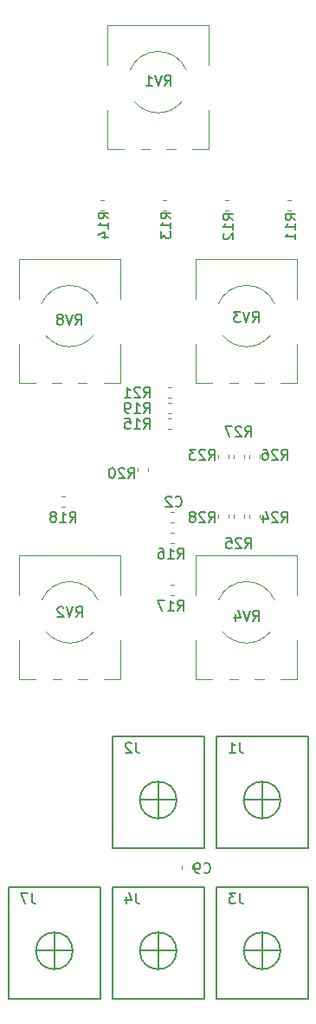
<source format=gbr>
G04 #@! TF.GenerationSoftware,KiCad,Pcbnew,5.0.2-bee76a0~70~ubuntu18.04.1*
G04 #@! TF.CreationDate,2019-04-23T19:40:41+10:00*
G04 #@! TF.ProjectId,minimoog,6d696e69-6d6f-46f6-972e-6b696361645f,rev?*
G04 #@! TF.SameCoordinates,Original*
G04 #@! TF.FileFunction,Legend,Bot*
G04 #@! TF.FilePolarity,Positive*
%FSLAX46Y46*%
G04 Gerber Fmt 4.6, Leading zero omitted, Abs format (unit mm)*
G04 Created by KiCad (PCBNEW 5.0.2-bee76a0~70~ubuntu18.04.1) date Tue 23 Apr 2019 19:40:41 AEST*
%MOMM*%
%LPD*%
G01*
G04 APERTURE LIST*
%ADD10C,0.120000*%
%ADD11C,0.150000*%
G04 APERTURE END LIST*
D10*
G04 #@! TO.C,R28*
X146560000Y-86555733D02*
X146560000Y-86898267D01*
X145540000Y-86555733D02*
X145540000Y-86898267D01*
G04 #@! TO.C,C2*
X140911733Y-86358000D02*
X141254267Y-86358000D01*
X140911733Y-87378000D02*
X141254267Y-87378000D01*
G04 #@! TO.C,C9*
X141984000Y-120859733D02*
X141984000Y-121202267D01*
X143004000Y-120859733D02*
X143004000Y-121202267D01*
G04 #@! TO.C,R23*
X146560000Y-80741733D02*
X146560000Y-81084267D01*
X145540000Y-80741733D02*
X145540000Y-81084267D01*
G04 #@! TO.C,R11*
X152712267Y-55878000D02*
X152369733Y-55878000D01*
X152712267Y-56898000D02*
X152369733Y-56898000D01*
G04 #@! TO.C,R12*
X146616267Y-56898000D02*
X146273733Y-56898000D01*
X146616267Y-55878000D02*
X146273733Y-55878000D01*
G04 #@! TO.C,R13*
X140520267Y-55878000D02*
X140177733Y-55878000D01*
X140520267Y-56898000D02*
X140177733Y-56898000D01*
G04 #@! TO.C,R14*
X134424267Y-56898000D02*
X134081733Y-56898000D01*
X134424267Y-55878000D02*
X134081733Y-55878000D01*
G04 #@! TO.C,R15*
X140685733Y-77201574D02*
X141028267Y-77201574D01*
X140685733Y-78221574D02*
X141028267Y-78221574D01*
G04 #@! TO.C,R26*
X148588000Y-80741733D02*
X148588000Y-81084267D01*
X149608000Y-80741733D02*
X149608000Y-81084267D01*
G04 #@! TO.C,R25*
X148084000Y-86555733D02*
X148084000Y-86898267D01*
X147064000Y-86555733D02*
X147064000Y-86898267D01*
G04 #@! TO.C,R24*
X149608000Y-86555733D02*
X149608000Y-86898267D01*
X148588000Y-86555733D02*
X148588000Y-86898267D01*
G04 #@! TO.C,R21*
X140685733Y-75186000D02*
X141028267Y-75186000D01*
X140685733Y-74166000D02*
X141028267Y-74166000D01*
G04 #@! TO.C,R20*
X138686000Y-82015587D02*
X138686000Y-82358121D01*
X137666000Y-82015587D02*
X137666000Y-82358121D01*
G04 #@! TO.C,R19*
X140685733Y-76697574D02*
X141028267Y-76697574D01*
X140685733Y-75677574D02*
X141028267Y-75677574D01*
G04 #@! TO.C,R18*
X130243733Y-84834000D02*
X130586267Y-84834000D01*
X130243733Y-85854000D02*
X130586267Y-85854000D01*
G04 #@! TO.C,R17*
X141254267Y-93470000D02*
X140911733Y-93470000D01*
X141254267Y-94490000D02*
X140911733Y-94490000D01*
G04 #@! TO.C,R27*
X147064000Y-81084267D02*
X147064000Y-80741733D01*
X148084000Y-81084267D02*
X148084000Y-80741733D01*
G04 #@! TO.C,R16*
X140911733Y-89410000D02*
X141254267Y-89410000D01*
X140911733Y-88390000D02*
X141254267Y-88390000D01*
D11*
G04 #@! TO.C,J3*
X154360000Y-123008000D02*
X145360000Y-123008000D01*
X154360000Y-133908000D02*
X145360000Y-133908000D01*
X154360000Y-123008000D02*
X154360000Y-133908000D01*
X145360000Y-123008000D02*
X145360000Y-133908000D01*
X151660000Y-129208000D02*
G75*
G03X151660000Y-129208000I-1800000J0D01*
G01*
X149860000Y-127408000D02*
X149860000Y-131008000D01*
X151660000Y-129208000D02*
X148060000Y-129208000D01*
G04 #@! TO.C,J7*
X131340000Y-129208000D02*
X127740000Y-129208000D01*
X129540000Y-127408000D02*
X129540000Y-131008000D01*
X131340000Y-129208000D02*
G75*
G03X131340000Y-129208000I-1800000J0D01*
G01*
X125040000Y-123008000D02*
X125040000Y-133908000D01*
X134040000Y-123008000D02*
X134040000Y-133908000D01*
X134040000Y-133908000D02*
X125040000Y-133908000D01*
X134040000Y-123008000D02*
X125040000Y-123008000D01*
G04 #@! TO.C,J1*
X154360000Y-108276000D02*
X145360000Y-108276000D01*
X154360000Y-119176000D02*
X145360000Y-119176000D01*
X154360000Y-108276000D02*
X154360000Y-119176000D01*
X145360000Y-108276000D02*
X145360000Y-119176000D01*
X151660000Y-114476000D02*
G75*
G03X151660000Y-114476000I-1800000J0D01*
G01*
X149860000Y-112676000D02*
X149860000Y-116276000D01*
X151660000Y-114476000D02*
X148060000Y-114476000D01*
G04 #@! TO.C,J4*
X141500000Y-129208000D02*
X137900000Y-129208000D01*
X139700000Y-127408000D02*
X139700000Y-131008000D01*
X141500000Y-129208000D02*
G75*
G03X141500000Y-129208000I-1800000J0D01*
G01*
X135200000Y-123008000D02*
X135200000Y-133908000D01*
X144200000Y-123008000D02*
X144200000Y-133908000D01*
X144200000Y-133908000D02*
X135200000Y-133908000D01*
X144200000Y-123008000D02*
X135200000Y-123008000D01*
G04 #@! TO.C,J2*
X144200000Y-108276000D02*
X135200000Y-108276000D01*
X144200000Y-119176000D02*
X135200000Y-119176000D01*
X144200000Y-108276000D02*
X144200000Y-119176000D01*
X135200000Y-108276000D02*
X135200000Y-119176000D01*
X141500000Y-114476000D02*
G75*
G03X141500000Y-114476000I-1800000J0D01*
G01*
X139700000Y-112676000D02*
X139700000Y-116276000D01*
X141500000Y-114476000D02*
X137900000Y-114476000D01*
D10*
G04 #@! TO.C,RV4*
X153297000Y-90572000D02*
X143376000Y-90572000D01*
X145011000Y-102692000D02*
X143376000Y-102692000D01*
X147511000Y-102692000D02*
X146661000Y-102692000D01*
X150011000Y-102692000D02*
X149161000Y-102692000D01*
X153297000Y-102692000D02*
X151661000Y-102692000D01*
X143376000Y-94437000D02*
X143376000Y-90572000D01*
X143376000Y-102692000D02*
X143376000Y-98826000D01*
X153297000Y-94437000D02*
X153297000Y-90572000D01*
X153297000Y-102692000D02*
X153297000Y-98826000D01*
X146038247Y-98060295D02*
G75*
G03X150634000Y-98060000I2297753J1928295D01*
G01*
X151098432Y-94960018D02*
G75*
G03X145574000Y-94959000I-2762432J-1171982D01*
G01*
G04 #@! TO.C,RV2*
X136025000Y-90572000D02*
X126104000Y-90572000D01*
X127739000Y-102692000D02*
X126104000Y-102692000D01*
X130239000Y-102692000D02*
X129389000Y-102692000D01*
X132739000Y-102692000D02*
X131889000Y-102692000D01*
X136025000Y-102692000D02*
X134389000Y-102692000D01*
X126104000Y-94437000D02*
X126104000Y-90572000D01*
X126104000Y-102692000D02*
X126104000Y-98826000D01*
X136025000Y-94437000D02*
X136025000Y-90572000D01*
X136025000Y-102692000D02*
X136025000Y-98826000D01*
X128766247Y-98060295D02*
G75*
G03X133362000Y-98060000I2297753J1928295D01*
G01*
X133826432Y-94960018D02*
G75*
G03X128302000Y-94959000I-2762432J-1171982D01*
G01*
G04 #@! TO.C,RV3*
X153297000Y-61616000D02*
X143376000Y-61616000D01*
X145011000Y-73736000D02*
X143376000Y-73736000D01*
X147511000Y-73736000D02*
X146661000Y-73736000D01*
X150011000Y-73736000D02*
X149161000Y-73736000D01*
X153297000Y-73736000D02*
X151661000Y-73736000D01*
X143376000Y-65481000D02*
X143376000Y-61616000D01*
X143376000Y-73736000D02*
X143376000Y-69870000D01*
X153297000Y-65481000D02*
X153297000Y-61616000D01*
X153297000Y-73736000D02*
X153297000Y-69870000D01*
X146038247Y-69104295D02*
G75*
G03X150634000Y-69104000I2297753J1928295D01*
G01*
X151098432Y-66004018D02*
G75*
G03X145574000Y-66003000I-2762432J-1171982D01*
G01*
G04 #@! TO.C,RV1*
X144661000Y-38756000D02*
X134740000Y-38756000D01*
X136375000Y-50876000D02*
X134740000Y-50876000D01*
X138875000Y-50876000D02*
X138025000Y-50876000D01*
X141375000Y-50876000D02*
X140525000Y-50876000D01*
X144661000Y-50876000D02*
X143025000Y-50876000D01*
X134740000Y-42621000D02*
X134740000Y-38756000D01*
X134740000Y-50876000D02*
X134740000Y-47010000D01*
X144661000Y-42621000D02*
X144661000Y-38756000D01*
X144661000Y-50876000D02*
X144661000Y-47010000D01*
X137402247Y-46244295D02*
G75*
G03X141998000Y-46244000I2297753J1928295D01*
G01*
X142462432Y-43144018D02*
G75*
G03X136938000Y-43143000I-2762432J-1171982D01*
G01*
G04 #@! TO.C,RV8*
X135985000Y-61616000D02*
X126064000Y-61616000D01*
X127699000Y-73736000D02*
X126064000Y-73736000D01*
X130199000Y-73736000D02*
X129349000Y-73736000D01*
X132699000Y-73736000D02*
X131849000Y-73736000D01*
X135985000Y-73736000D02*
X134349000Y-73736000D01*
X126064000Y-65481000D02*
X126064000Y-61616000D01*
X126064000Y-73736000D02*
X126064000Y-69870000D01*
X135985000Y-65481000D02*
X135985000Y-61616000D01*
X135985000Y-73736000D02*
X135985000Y-69870000D01*
X128726247Y-69104295D02*
G75*
G03X133322000Y-69104000I2297753J1928295D01*
G01*
X133786432Y-66004018D02*
G75*
G03X128262000Y-66003000I-2762432J-1171982D01*
G01*
G04 #@! TO.C,R28*
D11*
X144660857Y-87320380D02*
X144994190Y-86844190D01*
X145232285Y-87320380D02*
X145232285Y-86320380D01*
X144851333Y-86320380D01*
X144756095Y-86368000D01*
X144708476Y-86415619D01*
X144660857Y-86510857D01*
X144660857Y-86653714D01*
X144708476Y-86748952D01*
X144756095Y-86796571D01*
X144851333Y-86844190D01*
X145232285Y-86844190D01*
X144279904Y-86415619D02*
X144232285Y-86368000D01*
X144137047Y-86320380D01*
X143898952Y-86320380D01*
X143803714Y-86368000D01*
X143756095Y-86415619D01*
X143708476Y-86510857D01*
X143708476Y-86606095D01*
X143756095Y-86748952D01*
X144327523Y-87320380D01*
X143708476Y-87320380D01*
X143137047Y-86748952D02*
X143232285Y-86701333D01*
X143279904Y-86653714D01*
X143327523Y-86558476D01*
X143327523Y-86510857D01*
X143279904Y-86415619D01*
X143232285Y-86368000D01*
X143137047Y-86320380D01*
X142946571Y-86320380D01*
X142851333Y-86368000D01*
X142803714Y-86415619D01*
X142756095Y-86510857D01*
X142756095Y-86558476D01*
X142803714Y-86653714D01*
X142851333Y-86701333D01*
X142946571Y-86748952D01*
X143137047Y-86748952D01*
X143232285Y-86796571D01*
X143279904Y-86844190D01*
X143327523Y-86939428D01*
X143327523Y-87129904D01*
X143279904Y-87225142D01*
X143232285Y-87272761D01*
X143137047Y-87320380D01*
X142946571Y-87320380D01*
X142851333Y-87272761D01*
X142803714Y-87225142D01*
X142756095Y-87129904D01*
X142756095Y-86939428D01*
X142803714Y-86844190D01*
X142851333Y-86796571D01*
X142946571Y-86748952D01*
G04 #@! TO.C,C2*
X141390666Y-85701142D02*
X141438285Y-85748761D01*
X141581142Y-85796380D01*
X141676380Y-85796380D01*
X141819238Y-85748761D01*
X141914476Y-85653523D01*
X141962095Y-85558285D01*
X142009714Y-85367809D01*
X142009714Y-85224952D01*
X141962095Y-85034476D01*
X141914476Y-84939238D01*
X141819238Y-84844000D01*
X141676380Y-84796380D01*
X141581142Y-84796380D01*
X141438285Y-84844000D01*
X141390666Y-84891619D01*
X141009714Y-84891619D02*
X140962095Y-84844000D01*
X140866857Y-84796380D01*
X140628761Y-84796380D01*
X140533523Y-84844000D01*
X140485904Y-84891619D01*
X140438285Y-84986857D01*
X140438285Y-85082095D01*
X140485904Y-85224952D01*
X141057333Y-85796380D01*
X140438285Y-85796380D01*
G04 #@! TO.C,C9*
X144184666Y-121529142D02*
X144232285Y-121576761D01*
X144375142Y-121624380D01*
X144470380Y-121624380D01*
X144613238Y-121576761D01*
X144708476Y-121481523D01*
X144756095Y-121386285D01*
X144803714Y-121195809D01*
X144803714Y-121052952D01*
X144756095Y-120862476D01*
X144708476Y-120767238D01*
X144613238Y-120672000D01*
X144470380Y-120624380D01*
X144375142Y-120624380D01*
X144232285Y-120672000D01*
X144184666Y-120719619D01*
X143708476Y-121624380D02*
X143518000Y-121624380D01*
X143422761Y-121576761D01*
X143375142Y-121529142D01*
X143279904Y-121386285D01*
X143232285Y-121195809D01*
X143232285Y-120814857D01*
X143279904Y-120719619D01*
X143327523Y-120672000D01*
X143422761Y-120624380D01*
X143613238Y-120624380D01*
X143708476Y-120672000D01*
X143756095Y-120719619D01*
X143803714Y-120814857D01*
X143803714Y-121052952D01*
X143756095Y-121148190D01*
X143708476Y-121195809D01*
X143613238Y-121243428D01*
X143422761Y-121243428D01*
X143327523Y-121195809D01*
X143279904Y-121148190D01*
X143232285Y-121052952D01*
G04 #@! TO.C,R23*
X144660857Y-81224380D02*
X144994190Y-80748190D01*
X145232285Y-81224380D02*
X145232285Y-80224380D01*
X144851333Y-80224380D01*
X144756095Y-80272000D01*
X144708476Y-80319619D01*
X144660857Y-80414857D01*
X144660857Y-80557714D01*
X144708476Y-80652952D01*
X144756095Y-80700571D01*
X144851333Y-80748190D01*
X145232285Y-80748190D01*
X144279904Y-80319619D02*
X144232285Y-80272000D01*
X144137047Y-80224380D01*
X143898952Y-80224380D01*
X143803714Y-80272000D01*
X143756095Y-80319619D01*
X143708476Y-80414857D01*
X143708476Y-80510095D01*
X143756095Y-80652952D01*
X144327523Y-81224380D01*
X143708476Y-81224380D01*
X143375142Y-80224380D02*
X142756095Y-80224380D01*
X143089428Y-80605333D01*
X142946571Y-80605333D01*
X142851333Y-80652952D01*
X142803714Y-80700571D01*
X142756095Y-80795809D01*
X142756095Y-81033904D01*
X142803714Y-81129142D01*
X142851333Y-81176761D01*
X142946571Y-81224380D01*
X143232285Y-81224380D01*
X143327523Y-81176761D01*
X143375142Y-81129142D01*
G04 #@! TO.C,R11*
X153134380Y-57777142D02*
X152658190Y-57443809D01*
X153134380Y-57205714D02*
X152134380Y-57205714D01*
X152134380Y-57586666D01*
X152182000Y-57681904D01*
X152229619Y-57729523D01*
X152324857Y-57777142D01*
X152467714Y-57777142D01*
X152562952Y-57729523D01*
X152610571Y-57681904D01*
X152658190Y-57586666D01*
X152658190Y-57205714D01*
X153134380Y-58729523D02*
X153134380Y-58158095D01*
X153134380Y-58443809D02*
X152134380Y-58443809D01*
X152277238Y-58348571D01*
X152372476Y-58253333D01*
X152420095Y-58158095D01*
X153134380Y-59681904D02*
X153134380Y-59110476D01*
X153134380Y-59396190D02*
X152134380Y-59396190D01*
X152277238Y-59300952D01*
X152372476Y-59205714D01*
X152420095Y-59110476D01*
G04 #@! TO.C,R12*
X147038380Y-57777142D02*
X146562190Y-57443809D01*
X147038380Y-57205714D02*
X146038380Y-57205714D01*
X146038380Y-57586666D01*
X146086000Y-57681904D01*
X146133619Y-57729523D01*
X146228857Y-57777142D01*
X146371714Y-57777142D01*
X146466952Y-57729523D01*
X146514571Y-57681904D01*
X146562190Y-57586666D01*
X146562190Y-57205714D01*
X147038380Y-58729523D02*
X147038380Y-58158095D01*
X147038380Y-58443809D02*
X146038380Y-58443809D01*
X146181238Y-58348571D01*
X146276476Y-58253333D01*
X146324095Y-58158095D01*
X146133619Y-59110476D02*
X146086000Y-59158095D01*
X146038380Y-59253333D01*
X146038380Y-59491428D01*
X146086000Y-59586666D01*
X146133619Y-59634285D01*
X146228857Y-59681904D01*
X146324095Y-59681904D01*
X146466952Y-59634285D01*
X147038380Y-59062857D01*
X147038380Y-59681904D01*
G04 #@! TO.C,R13*
X140942380Y-57650142D02*
X140466190Y-57316809D01*
X140942380Y-57078714D02*
X139942380Y-57078714D01*
X139942380Y-57459666D01*
X139990000Y-57554904D01*
X140037619Y-57602523D01*
X140132857Y-57650142D01*
X140275714Y-57650142D01*
X140370952Y-57602523D01*
X140418571Y-57554904D01*
X140466190Y-57459666D01*
X140466190Y-57078714D01*
X140942380Y-58602523D02*
X140942380Y-58031095D01*
X140942380Y-58316809D02*
X139942380Y-58316809D01*
X140085238Y-58221571D01*
X140180476Y-58126333D01*
X140228095Y-58031095D01*
X139942380Y-58935857D02*
X139942380Y-59554904D01*
X140323333Y-59221571D01*
X140323333Y-59364428D01*
X140370952Y-59459666D01*
X140418571Y-59507285D01*
X140513809Y-59554904D01*
X140751904Y-59554904D01*
X140847142Y-59507285D01*
X140894761Y-59459666D01*
X140942380Y-59364428D01*
X140942380Y-59078714D01*
X140894761Y-58983476D01*
X140847142Y-58935857D01*
G04 #@! TO.C,R14*
X134846380Y-57650142D02*
X134370190Y-57316809D01*
X134846380Y-57078714D02*
X133846380Y-57078714D01*
X133846380Y-57459666D01*
X133894000Y-57554904D01*
X133941619Y-57602523D01*
X134036857Y-57650142D01*
X134179714Y-57650142D01*
X134274952Y-57602523D01*
X134322571Y-57554904D01*
X134370190Y-57459666D01*
X134370190Y-57078714D01*
X134846380Y-58602523D02*
X134846380Y-58031095D01*
X134846380Y-58316809D02*
X133846380Y-58316809D01*
X133989238Y-58221571D01*
X134084476Y-58126333D01*
X134132095Y-58031095D01*
X134179714Y-59459666D02*
X134846380Y-59459666D01*
X133798761Y-59221571D02*
X134513047Y-58983476D01*
X134513047Y-59602523D01*
G04 #@! TO.C,R15*
X138310857Y-78176380D02*
X138644190Y-77700190D01*
X138882285Y-78176380D02*
X138882285Y-77176380D01*
X138501333Y-77176380D01*
X138406095Y-77224000D01*
X138358476Y-77271619D01*
X138310857Y-77366857D01*
X138310857Y-77509714D01*
X138358476Y-77604952D01*
X138406095Y-77652571D01*
X138501333Y-77700190D01*
X138882285Y-77700190D01*
X137358476Y-78176380D02*
X137929904Y-78176380D01*
X137644190Y-78176380D02*
X137644190Y-77176380D01*
X137739428Y-77319238D01*
X137834666Y-77414476D01*
X137929904Y-77462095D01*
X136453714Y-77176380D02*
X136929904Y-77176380D01*
X136977523Y-77652571D01*
X136929904Y-77604952D01*
X136834666Y-77557333D01*
X136596571Y-77557333D01*
X136501333Y-77604952D01*
X136453714Y-77652571D01*
X136406095Y-77747809D01*
X136406095Y-77985904D01*
X136453714Y-78081142D01*
X136501333Y-78128761D01*
X136596571Y-78176380D01*
X136834666Y-78176380D01*
X136929904Y-78128761D01*
X136977523Y-78081142D01*
G04 #@! TO.C,R26*
X151772857Y-81224380D02*
X152106190Y-80748190D01*
X152344285Y-81224380D02*
X152344285Y-80224380D01*
X151963333Y-80224380D01*
X151868095Y-80272000D01*
X151820476Y-80319619D01*
X151772857Y-80414857D01*
X151772857Y-80557714D01*
X151820476Y-80652952D01*
X151868095Y-80700571D01*
X151963333Y-80748190D01*
X152344285Y-80748190D01*
X151391904Y-80319619D02*
X151344285Y-80272000D01*
X151249047Y-80224380D01*
X151010952Y-80224380D01*
X150915714Y-80272000D01*
X150868095Y-80319619D01*
X150820476Y-80414857D01*
X150820476Y-80510095D01*
X150868095Y-80652952D01*
X151439523Y-81224380D01*
X150820476Y-81224380D01*
X149963333Y-80224380D02*
X150153809Y-80224380D01*
X150249047Y-80272000D01*
X150296666Y-80319619D01*
X150391904Y-80462476D01*
X150439523Y-80652952D01*
X150439523Y-81033904D01*
X150391904Y-81129142D01*
X150344285Y-81176761D01*
X150249047Y-81224380D01*
X150058571Y-81224380D01*
X149963333Y-81176761D01*
X149915714Y-81129142D01*
X149868095Y-81033904D01*
X149868095Y-80795809D01*
X149915714Y-80700571D01*
X149963333Y-80652952D01*
X150058571Y-80605333D01*
X150249047Y-80605333D01*
X150344285Y-80652952D01*
X150391904Y-80700571D01*
X150439523Y-80795809D01*
G04 #@! TO.C,R25*
X148216857Y-89860380D02*
X148550190Y-89384190D01*
X148788285Y-89860380D02*
X148788285Y-88860380D01*
X148407333Y-88860380D01*
X148312095Y-88908000D01*
X148264476Y-88955619D01*
X148216857Y-89050857D01*
X148216857Y-89193714D01*
X148264476Y-89288952D01*
X148312095Y-89336571D01*
X148407333Y-89384190D01*
X148788285Y-89384190D01*
X147835904Y-88955619D02*
X147788285Y-88908000D01*
X147693047Y-88860380D01*
X147454952Y-88860380D01*
X147359714Y-88908000D01*
X147312095Y-88955619D01*
X147264476Y-89050857D01*
X147264476Y-89146095D01*
X147312095Y-89288952D01*
X147883523Y-89860380D01*
X147264476Y-89860380D01*
X146359714Y-88860380D02*
X146835904Y-88860380D01*
X146883523Y-89336571D01*
X146835904Y-89288952D01*
X146740666Y-89241333D01*
X146502571Y-89241333D01*
X146407333Y-89288952D01*
X146359714Y-89336571D01*
X146312095Y-89431809D01*
X146312095Y-89669904D01*
X146359714Y-89765142D01*
X146407333Y-89812761D01*
X146502571Y-89860380D01*
X146740666Y-89860380D01*
X146835904Y-89812761D01*
X146883523Y-89765142D01*
G04 #@! TO.C,R24*
X151772857Y-87320380D02*
X152106190Y-86844190D01*
X152344285Y-87320380D02*
X152344285Y-86320380D01*
X151963333Y-86320380D01*
X151868095Y-86368000D01*
X151820476Y-86415619D01*
X151772857Y-86510857D01*
X151772857Y-86653714D01*
X151820476Y-86748952D01*
X151868095Y-86796571D01*
X151963333Y-86844190D01*
X152344285Y-86844190D01*
X151391904Y-86415619D02*
X151344285Y-86368000D01*
X151249047Y-86320380D01*
X151010952Y-86320380D01*
X150915714Y-86368000D01*
X150868095Y-86415619D01*
X150820476Y-86510857D01*
X150820476Y-86606095D01*
X150868095Y-86748952D01*
X151439523Y-87320380D01*
X150820476Y-87320380D01*
X149963333Y-86653714D02*
X149963333Y-87320380D01*
X150201428Y-86272761D02*
X150439523Y-86987047D01*
X149820476Y-86987047D01*
G04 #@! TO.C,R21*
X138310857Y-75128380D02*
X138644190Y-74652190D01*
X138882285Y-75128380D02*
X138882285Y-74128380D01*
X138501333Y-74128380D01*
X138406095Y-74176000D01*
X138358476Y-74223619D01*
X138310857Y-74318857D01*
X138310857Y-74461714D01*
X138358476Y-74556952D01*
X138406095Y-74604571D01*
X138501333Y-74652190D01*
X138882285Y-74652190D01*
X137929904Y-74223619D02*
X137882285Y-74176000D01*
X137787047Y-74128380D01*
X137548952Y-74128380D01*
X137453714Y-74176000D01*
X137406095Y-74223619D01*
X137358476Y-74318857D01*
X137358476Y-74414095D01*
X137406095Y-74556952D01*
X137977523Y-75128380D01*
X137358476Y-75128380D01*
X136406095Y-75128380D02*
X136977523Y-75128380D01*
X136691809Y-75128380D02*
X136691809Y-74128380D01*
X136787047Y-74271238D01*
X136882285Y-74366476D01*
X136977523Y-74414095D01*
G04 #@! TO.C,R20*
X136786857Y-83006234D02*
X137120190Y-82530044D01*
X137358285Y-83006234D02*
X137358285Y-82006234D01*
X136977333Y-82006234D01*
X136882095Y-82053854D01*
X136834476Y-82101473D01*
X136786857Y-82196711D01*
X136786857Y-82339568D01*
X136834476Y-82434806D01*
X136882095Y-82482425D01*
X136977333Y-82530044D01*
X137358285Y-82530044D01*
X136405904Y-82101473D02*
X136358285Y-82053854D01*
X136263047Y-82006234D01*
X136024952Y-82006234D01*
X135929714Y-82053854D01*
X135882095Y-82101473D01*
X135834476Y-82196711D01*
X135834476Y-82291949D01*
X135882095Y-82434806D01*
X136453523Y-83006234D01*
X135834476Y-83006234D01*
X135215428Y-82006234D02*
X135120190Y-82006234D01*
X135024952Y-82053854D01*
X134977333Y-82101473D01*
X134929714Y-82196711D01*
X134882095Y-82387187D01*
X134882095Y-82625282D01*
X134929714Y-82815758D01*
X134977333Y-82910996D01*
X135024952Y-82958615D01*
X135120190Y-83006234D01*
X135215428Y-83006234D01*
X135310666Y-82958615D01*
X135358285Y-82910996D01*
X135405904Y-82815758D01*
X135453523Y-82625282D01*
X135453523Y-82387187D01*
X135405904Y-82196711D01*
X135358285Y-82101473D01*
X135310666Y-82053854D01*
X135215428Y-82006234D01*
G04 #@! TO.C,R19*
X138310857Y-76652380D02*
X138644190Y-76176190D01*
X138882285Y-76652380D02*
X138882285Y-75652380D01*
X138501333Y-75652380D01*
X138406095Y-75700000D01*
X138358476Y-75747619D01*
X138310857Y-75842857D01*
X138310857Y-75985714D01*
X138358476Y-76080952D01*
X138406095Y-76128571D01*
X138501333Y-76176190D01*
X138882285Y-76176190D01*
X137358476Y-76652380D02*
X137929904Y-76652380D01*
X137644190Y-76652380D02*
X137644190Y-75652380D01*
X137739428Y-75795238D01*
X137834666Y-75890476D01*
X137929904Y-75938095D01*
X136882285Y-76652380D02*
X136691809Y-76652380D01*
X136596571Y-76604761D01*
X136548952Y-76557142D01*
X136453714Y-76414285D01*
X136406095Y-76223809D01*
X136406095Y-75842857D01*
X136453714Y-75747619D01*
X136501333Y-75700000D01*
X136596571Y-75652380D01*
X136787047Y-75652380D01*
X136882285Y-75700000D01*
X136929904Y-75747619D01*
X136977523Y-75842857D01*
X136977523Y-76080952D01*
X136929904Y-76176190D01*
X136882285Y-76223809D01*
X136787047Y-76271428D01*
X136596571Y-76271428D01*
X136501333Y-76223809D01*
X136453714Y-76176190D01*
X136406095Y-76080952D01*
G04 #@! TO.C,R18*
X131057857Y-87320380D02*
X131391190Y-86844190D01*
X131629285Y-87320380D02*
X131629285Y-86320380D01*
X131248333Y-86320380D01*
X131153095Y-86368000D01*
X131105476Y-86415619D01*
X131057857Y-86510857D01*
X131057857Y-86653714D01*
X131105476Y-86748952D01*
X131153095Y-86796571D01*
X131248333Y-86844190D01*
X131629285Y-86844190D01*
X130105476Y-87320380D02*
X130676904Y-87320380D01*
X130391190Y-87320380D02*
X130391190Y-86320380D01*
X130486428Y-86463238D01*
X130581666Y-86558476D01*
X130676904Y-86606095D01*
X129534047Y-86748952D02*
X129629285Y-86701333D01*
X129676904Y-86653714D01*
X129724523Y-86558476D01*
X129724523Y-86510857D01*
X129676904Y-86415619D01*
X129629285Y-86368000D01*
X129534047Y-86320380D01*
X129343571Y-86320380D01*
X129248333Y-86368000D01*
X129200714Y-86415619D01*
X129153095Y-86510857D01*
X129153095Y-86558476D01*
X129200714Y-86653714D01*
X129248333Y-86701333D01*
X129343571Y-86748952D01*
X129534047Y-86748952D01*
X129629285Y-86796571D01*
X129676904Y-86844190D01*
X129724523Y-86939428D01*
X129724523Y-87129904D01*
X129676904Y-87225142D01*
X129629285Y-87272761D01*
X129534047Y-87320380D01*
X129343571Y-87320380D01*
X129248333Y-87272761D01*
X129200714Y-87225142D01*
X129153095Y-87129904D01*
X129153095Y-86939428D01*
X129200714Y-86844190D01*
X129248333Y-86796571D01*
X129343571Y-86748952D01*
G04 #@! TO.C,R17*
X141584857Y-95956380D02*
X141918190Y-95480190D01*
X142156285Y-95956380D02*
X142156285Y-94956380D01*
X141775333Y-94956380D01*
X141680095Y-95004000D01*
X141632476Y-95051619D01*
X141584857Y-95146857D01*
X141584857Y-95289714D01*
X141632476Y-95384952D01*
X141680095Y-95432571D01*
X141775333Y-95480190D01*
X142156285Y-95480190D01*
X140632476Y-95956380D02*
X141203904Y-95956380D01*
X140918190Y-95956380D02*
X140918190Y-94956380D01*
X141013428Y-95099238D01*
X141108666Y-95194476D01*
X141203904Y-95242095D01*
X140299142Y-94956380D02*
X139632476Y-94956380D01*
X140061047Y-95956380D01*
G04 #@! TO.C,R27*
X148216857Y-78966380D02*
X148550190Y-78490190D01*
X148788285Y-78966380D02*
X148788285Y-77966380D01*
X148407333Y-77966380D01*
X148312095Y-78014000D01*
X148264476Y-78061619D01*
X148216857Y-78156857D01*
X148216857Y-78299714D01*
X148264476Y-78394952D01*
X148312095Y-78442571D01*
X148407333Y-78490190D01*
X148788285Y-78490190D01*
X147835904Y-78061619D02*
X147788285Y-78014000D01*
X147693047Y-77966380D01*
X147454952Y-77966380D01*
X147359714Y-78014000D01*
X147312095Y-78061619D01*
X147264476Y-78156857D01*
X147264476Y-78252095D01*
X147312095Y-78394952D01*
X147883523Y-78966380D01*
X147264476Y-78966380D01*
X146931142Y-77966380D02*
X146264476Y-77966380D01*
X146693047Y-78966380D01*
G04 #@! TO.C,R16*
X141584857Y-90876380D02*
X141918190Y-90400190D01*
X142156285Y-90876380D02*
X142156285Y-89876380D01*
X141775333Y-89876380D01*
X141680095Y-89924000D01*
X141632476Y-89971619D01*
X141584857Y-90066857D01*
X141584857Y-90209714D01*
X141632476Y-90304952D01*
X141680095Y-90352571D01*
X141775333Y-90400190D01*
X142156285Y-90400190D01*
X140632476Y-90876380D02*
X141203904Y-90876380D01*
X140918190Y-90876380D02*
X140918190Y-89876380D01*
X141013428Y-90019238D01*
X141108666Y-90114476D01*
X141203904Y-90162095D01*
X139775333Y-89876380D02*
X139965809Y-89876380D01*
X140061047Y-89924000D01*
X140108666Y-89971619D01*
X140203904Y-90114476D01*
X140251523Y-90304952D01*
X140251523Y-90685904D01*
X140203904Y-90781142D01*
X140156285Y-90828761D01*
X140061047Y-90876380D01*
X139870571Y-90876380D01*
X139775333Y-90828761D01*
X139727714Y-90781142D01*
X139680095Y-90685904D01*
X139680095Y-90447809D01*
X139727714Y-90352571D01*
X139775333Y-90304952D01*
X139870571Y-90257333D01*
X140061047Y-90257333D01*
X140156285Y-90304952D01*
X140203904Y-90352571D01*
X140251523Y-90447809D01*
G04 #@! TO.C,J3*
X147653333Y-123580380D02*
X147653333Y-124294666D01*
X147700952Y-124437523D01*
X147796190Y-124532761D01*
X147939047Y-124580380D01*
X148034285Y-124580380D01*
X147272380Y-123580380D02*
X146653333Y-123580380D01*
X146986666Y-123961333D01*
X146843809Y-123961333D01*
X146748571Y-124008952D01*
X146700952Y-124056571D01*
X146653333Y-124151809D01*
X146653333Y-124389904D01*
X146700952Y-124485142D01*
X146748571Y-124532761D01*
X146843809Y-124580380D01*
X147129523Y-124580380D01*
X147224761Y-124532761D01*
X147272380Y-124485142D01*
G04 #@! TO.C,J7*
X127333333Y-123580380D02*
X127333333Y-124294666D01*
X127380952Y-124437523D01*
X127476190Y-124532761D01*
X127619047Y-124580380D01*
X127714285Y-124580380D01*
X126952380Y-123580380D02*
X126285714Y-123580380D01*
X126714285Y-124580380D01*
G04 #@! TO.C,J1*
X147653333Y-108848380D02*
X147653333Y-109562666D01*
X147700952Y-109705523D01*
X147796190Y-109800761D01*
X147939047Y-109848380D01*
X148034285Y-109848380D01*
X146653333Y-109848380D02*
X147224761Y-109848380D01*
X146939047Y-109848380D02*
X146939047Y-108848380D01*
X147034285Y-108991238D01*
X147129523Y-109086476D01*
X147224761Y-109134095D01*
G04 #@! TO.C,J4*
X137493333Y-123580380D02*
X137493333Y-124294666D01*
X137540952Y-124437523D01*
X137636190Y-124532761D01*
X137779047Y-124580380D01*
X137874285Y-124580380D01*
X136588571Y-123913714D02*
X136588571Y-124580380D01*
X136826666Y-123532761D02*
X137064761Y-124247047D01*
X136445714Y-124247047D01*
G04 #@! TO.C,J2*
X137493333Y-108848380D02*
X137493333Y-109562666D01*
X137540952Y-109705523D01*
X137636190Y-109800761D01*
X137779047Y-109848380D01*
X137874285Y-109848380D01*
X137064761Y-108943619D02*
X137017142Y-108896000D01*
X136921904Y-108848380D01*
X136683809Y-108848380D01*
X136588571Y-108896000D01*
X136540952Y-108943619D01*
X136493333Y-109038857D01*
X136493333Y-109134095D01*
X136540952Y-109276952D01*
X137112380Y-109848380D01*
X136493333Y-109848380D01*
G04 #@! TO.C,RV4*
X148971238Y-96972380D02*
X149304571Y-96496190D01*
X149542666Y-96972380D02*
X149542666Y-95972380D01*
X149161714Y-95972380D01*
X149066476Y-96020000D01*
X149018857Y-96067619D01*
X148971238Y-96162857D01*
X148971238Y-96305714D01*
X149018857Y-96400952D01*
X149066476Y-96448571D01*
X149161714Y-96496190D01*
X149542666Y-96496190D01*
X148685523Y-95972380D02*
X148352190Y-96972380D01*
X148018857Y-95972380D01*
X147256952Y-96305714D02*
X147256952Y-96972380D01*
X147495047Y-95924761D02*
X147733142Y-96639047D01*
X147114095Y-96639047D01*
G04 #@! TO.C,RV2*
X131659238Y-96596832D02*
X131992571Y-96120642D01*
X132230666Y-96596832D02*
X132230666Y-95596832D01*
X131849714Y-95596832D01*
X131754476Y-95644452D01*
X131706857Y-95692071D01*
X131659238Y-95787309D01*
X131659238Y-95930166D01*
X131706857Y-96025404D01*
X131754476Y-96073023D01*
X131849714Y-96120642D01*
X132230666Y-96120642D01*
X131373523Y-95596832D02*
X131040190Y-96596832D01*
X130706857Y-95596832D01*
X130421142Y-95692071D02*
X130373523Y-95644452D01*
X130278285Y-95596832D01*
X130040190Y-95596832D01*
X129944952Y-95644452D01*
X129897333Y-95692071D01*
X129849714Y-95787309D01*
X129849714Y-95882547D01*
X129897333Y-96025404D01*
X130468761Y-96596832D01*
X129849714Y-96596832D01*
G04 #@! TO.C,RV3*
X148931238Y-67762380D02*
X149264571Y-67286190D01*
X149502666Y-67762380D02*
X149502666Y-66762380D01*
X149121714Y-66762380D01*
X149026476Y-66810000D01*
X148978857Y-66857619D01*
X148931238Y-66952857D01*
X148931238Y-67095714D01*
X148978857Y-67190952D01*
X149026476Y-67238571D01*
X149121714Y-67286190D01*
X149502666Y-67286190D01*
X148645523Y-66762380D02*
X148312190Y-67762380D01*
X147978857Y-66762380D01*
X147740761Y-66762380D02*
X147121714Y-66762380D01*
X147455047Y-67143333D01*
X147312190Y-67143333D01*
X147216952Y-67190952D01*
X147169333Y-67238571D01*
X147121714Y-67333809D01*
X147121714Y-67571904D01*
X147169333Y-67667142D01*
X147216952Y-67714761D01*
X147312190Y-67762380D01*
X147597904Y-67762380D01*
X147693142Y-67714761D01*
X147740761Y-67667142D01*
G04 #@! TO.C,RV1*
X140335238Y-44648380D02*
X140668571Y-44172190D01*
X140906666Y-44648380D02*
X140906666Y-43648380D01*
X140525714Y-43648380D01*
X140430476Y-43696000D01*
X140382857Y-43743619D01*
X140335238Y-43838857D01*
X140335238Y-43981714D01*
X140382857Y-44076952D01*
X140430476Y-44124571D01*
X140525714Y-44172190D01*
X140906666Y-44172190D01*
X140049523Y-43648380D02*
X139716190Y-44648380D01*
X139382857Y-43648380D01*
X138525714Y-44648380D02*
X139097142Y-44648380D01*
X138811428Y-44648380D02*
X138811428Y-43648380D01*
X138906666Y-43791238D01*
X139001904Y-43886476D01*
X139097142Y-43934095D01*
G04 #@! TO.C,RV8*
X131619238Y-68016380D02*
X131952571Y-67540190D01*
X132190666Y-68016380D02*
X132190666Y-67016380D01*
X131809714Y-67016380D01*
X131714476Y-67064000D01*
X131666857Y-67111619D01*
X131619238Y-67206857D01*
X131619238Y-67349714D01*
X131666857Y-67444952D01*
X131714476Y-67492571D01*
X131809714Y-67540190D01*
X132190666Y-67540190D01*
X131333523Y-67016380D02*
X131000190Y-68016380D01*
X130666857Y-67016380D01*
X130190666Y-67444952D02*
X130285904Y-67397333D01*
X130333523Y-67349714D01*
X130381142Y-67254476D01*
X130381142Y-67206857D01*
X130333523Y-67111619D01*
X130285904Y-67064000D01*
X130190666Y-67016380D01*
X130000190Y-67016380D01*
X129904952Y-67064000D01*
X129857333Y-67111619D01*
X129809714Y-67206857D01*
X129809714Y-67254476D01*
X129857333Y-67349714D01*
X129904952Y-67397333D01*
X130000190Y-67444952D01*
X130190666Y-67444952D01*
X130285904Y-67492571D01*
X130333523Y-67540190D01*
X130381142Y-67635428D01*
X130381142Y-67825904D01*
X130333523Y-67921142D01*
X130285904Y-67968761D01*
X130190666Y-68016380D01*
X130000190Y-68016380D01*
X129904952Y-67968761D01*
X129857333Y-67921142D01*
X129809714Y-67825904D01*
X129809714Y-67635428D01*
X129857333Y-67540190D01*
X129904952Y-67492571D01*
X130000190Y-67444952D01*
G04 #@! TD*
M02*

</source>
